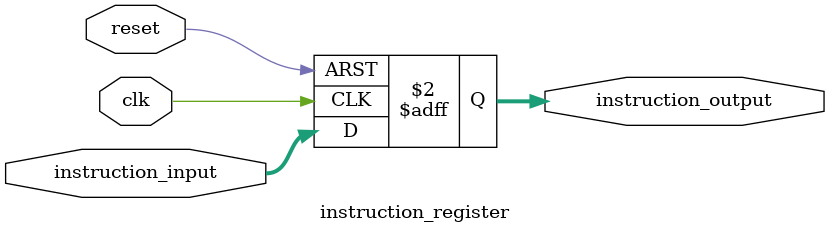
<source format=sv>
`timescale 1ns/1ps

module instruction_register (
    input wire clk,
    input wire reset,
    input wire [15:0] instruction_input,  // Assuming a 16-bit instruction
    output reg [15:0] instruction_output
);

    always @(posedge clk or posedge reset) begin
        if (reset) begin
            // Initialize IR to 0 on reset
            instruction_output <= 16'b0000000000000000;
        end else begin
            // Update IR with the input instruction on each clock edge
            instruction_output <= instruction_input;
        end
    end

endmodule

</source>
